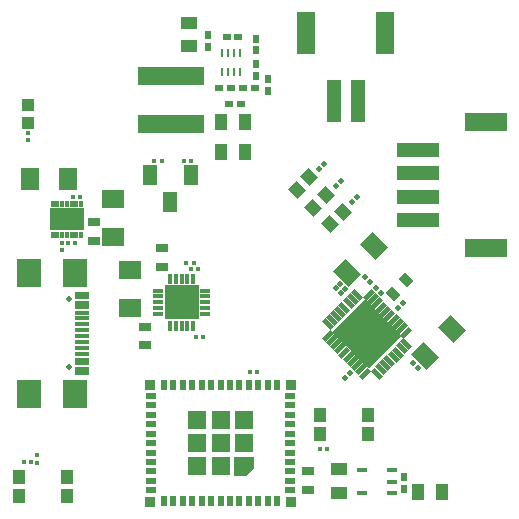
<source format=gts>
G04*
G04 #@! TF.GenerationSoftware,Altium Limited,Altium Designer,26.1.1 (7)*
G04*
G04 Layer_Color=8388736*
%FSLAX44Y44*%
%MOMM*%
G71*
G04*
G04 #@! TF.SameCoordinates,CD2F593A-4D2A-49AD-B025-98148D784466*
G04*
G04*
G04 #@! TF.FilePolarity,Negative*
G04*
G01*
G75*
%ADD45R,0.9271X0.4318*%
%ADD52R,0.2286X0.7112*%
G04:AMPARAMS|DCode=55|XSize=4.35mm|YSize=3.85mm|CornerRadius=0mm|HoleSize=0mm|Usage=FLASHONLY|Rotation=135.000|XOffset=0mm|YOffset=0mm|HoleType=Round|Shape=Rectangle|*
%AMROTATEDRECTD55*
4,1,4,2.8991,-0.1768,0.1768,-2.8991,-2.8991,0.1768,-0.1768,2.8991,2.8991,-0.1768,0.0*
%
%ADD55ROTATEDRECTD55*%

G04:AMPARAMS|DCode=56|XSize=1mm|YSize=0.45mm|CornerRadius=0mm|HoleSize=0mm|Usage=FLASHONLY|Rotation=135.000|XOffset=0mm|YOffset=0mm|HoleType=Round|Shape=Rectangle|*
%AMROTATEDRECTD56*
4,1,4,0.5127,-0.1945,0.1945,-0.5127,-0.5127,0.1945,-0.1945,0.5127,0.5127,-0.1945,0.0*
%
%ADD56ROTATEDRECTD56*%

G04:AMPARAMS|DCode=57|XSize=1mm|YSize=0.45mm|CornerRadius=0mm|HoleSize=0mm|Usage=FLASHONLY|Rotation=45.000|XOffset=0mm|YOffset=0mm|HoleType=Round|Shape=Rectangle|*
%AMROTATEDRECTD57*
4,1,4,-0.1945,-0.5127,-0.5127,-0.1945,0.1945,0.5127,0.5127,0.1945,-0.1945,-0.5127,0.0*
%
%ADD57ROTATEDRECTD57*%

%ADD58R,0.6500X0.6000*%
%ADD59R,1.1500X1.7500*%
%ADD60R,1.3000X0.4500*%
%ADD61R,2.1500X2.3300*%
%ADD62R,1.1500X3.6500*%
%ADD63R,1.6500X3.5500*%
%ADD64R,0.4000X0.4500*%
%ADD65R,0.4500X0.4000*%
%ADD66R,3.5500X1.6500*%
%ADD67R,3.6500X1.1500*%
G04:AMPARAMS|DCode=68|XSize=0.4mm|YSize=0.45mm|CornerRadius=0mm|HoleSize=0mm|Usage=FLASHONLY|Rotation=135.000|XOffset=0mm|YOffset=0mm|HoleType=Round|Shape=Rectangle|*
%AMROTATEDRECTD68*
4,1,4,0.3005,0.0177,-0.0177,-0.3005,-0.3005,-0.0177,0.0177,0.3005,0.3005,0.0177,0.0*
%
%ADD68ROTATEDRECTD68*%

G04:AMPARAMS|DCode=69|XSize=0.4mm|YSize=0.45mm|CornerRadius=0mm|HoleSize=0mm|Usage=FLASHONLY|Rotation=225.000|XOffset=0mm|YOffset=0mm|HoleType=Round|Shape=Rectangle|*
%AMROTATEDRECTD69*
4,1,4,-0.0177,0.3005,0.3005,-0.0177,0.0177,-0.3005,-0.3005,0.0177,-0.0177,0.3005,0.0*
%
%ADD69ROTATEDRECTD69*%

G04:AMPARAMS|DCode=70|XSize=1.9mm|YSize=1.5mm|CornerRadius=0mm|HoleSize=0mm|Usage=FLASHONLY|Rotation=315.000|XOffset=0mm|YOffset=0mm|HoleType=Round|Shape=Rectangle|*
%AMROTATEDRECTD70*
4,1,4,-1.2021,0.1414,-0.1414,1.2021,1.2021,-0.1414,0.1414,-1.2021,-1.2021,0.1414,0.0*
%
%ADD70ROTATEDRECTD70*%

G04:AMPARAMS|DCode=71|XSize=1mm|YSize=0.8mm|CornerRadius=0mm|HoleSize=0mm|Usage=FLASHONLY|Rotation=315.000|XOffset=0mm|YOffset=0mm|HoleType=Round|Shape=Rectangle|*
%AMROTATEDRECTD71*
4,1,4,-0.6364,0.0707,-0.0707,0.6364,0.6364,-0.0707,0.0707,-0.6364,-0.6364,0.0707,0.0*
%
%ADD71ROTATEDRECTD71*%

%ADD72R,1.0500X1.1500*%
%ADD73R,1.9000X1.5000*%
%ADD74R,1.0500X1.4000*%
%ADD75R,1.4000X1.0500*%
%ADD76R,1.1000X1.0500*%
%ADD77R,0.6000X0.6500*%
%ADD78R,0.4200X0.6000*%
%ADD79R,2.8500X1.9500*%
%ADD80R,0.4500X0.9500*%
%ADD81R,0.9500X0.4500*%
%ADD82R,2.9500X2.9500*%
%ADD83R,1.6000X1.6000*%
%ADD84R,0.8500X0.8500*%
%ADD85R,0.5500X0.9500*%
%ADD86R,0.9500X0.5500*%
G04:AMPARAMS|DCode=87|XSize=1.1mm|YSize=1.05mm|CornerRadius=0mm|HoleSize=0mm|Usage=FLASHONLY|Rotation=135.000|XOffset=0mm|YOffset=0mm|HoleType=Round|Shape=Rectangle|*
%AMROTATEDRECTD87*
4,1,4,0.7601,-0.0177,0.0177,-0.7601,-0.7601,0.0177,-0.0177,0.7601,0.7601,-0.0177,0.0*
%
%ADD87ROTATEDRECTD87*%

%ADD88R,1.5000X1.9000*%
%ADD89R,5.6500X1.6000*%
%ADD90R,1.0000X0.8000*%
%ADD91C,0.4750*%
%ADD92C,0.1270*%
G36*
X-19560Y-166820D02*
X-3060D01*
Y-176820D01*
X-9560Y-183320D01*
X-19560D01*
Y-166820D01*
D02*
G37*
D45*
X114091Y-197480D02*
D03*
Y-187980D02*
D03*
Y-178480D02*
D03*
X88310D02*
D03*
Y-197480D02*
D03*
D52*
X-14768Y174961D02*
D03*
X-19769D02*
D03*
X-24771D02*
D03*
X-29772D02*
D03*
Y158959D02*
D03*
X-24771D02*
D03*
X-19769D02*
D03*
X-14768D02*
D03*
D55*
X92836Y-63165D02*
D03*
D56*
X59602Y-54680D02*
D03*
X63138Y-51145D02*
D03*
X66673Y-47609D02*
D03*
X70209Y-44074D02*
D03*
X73745Y-40538D02*
D03*
X77280Y-37003D02*
D03*
X80816Y-33467D02*
D03*
X84351Y-29931D02*
D03*
X126070Y-71651D02*
D03*
X122535Y-75186D02*
D03*
X118999Y-78722D02*
D03*
X115464Y-82257D02*
D03*
X111928Y-85793D02*
D03*
X108393Y-89328D02*
D03*
X104857Y-92864D02*
D03*
X101322Y-96399D02*
D03*
D57*
X94251Y-29931D02*
D03*
X97786Y-33467D02*
D03*
X101322Y-37003D02*
D03*
X104857Y-40538D02*
D03*
X108393Y-44074D02*
D03*
X111928Y-47609D02*
D03*
X115464Y-51145D02*
D03*
X118999Y-54680D02*
D03*
X122535Y-58216D02*
D03*
X126070Y-61751D02*
D03*
X91422Y-96399D02*
D03*
X87887Y-92864D02*
D03*
X84351Y-89328D02*
D03*
X80816Y-85793D02*
D03*
X77280Y-82257D02*
D03*
X73745Y-78722D02*
D03*
X70209Y-75186D02*
D03*
X66673Y-71651D02*
D03*
X63138Y-68115D02*
D03*
X59602Y-64580D02*
D03*
D58*
X-14050Y132080D02*
D03*
X-24050D02*
D03*
X-1950Y145370D02*
D03*
X-11950D02*
D03*
X-26000Y188550D02*
D03*
X-16000D02*
D03*
X-32350Y145370D02*
D03*
X-22350D02*
D03*
D59*
X-91125Y71660D02*
D03*
X-73625Y48660D02*
D03*
X-56125Y71660D02*
D03*
D60*
X-148640Y-28730D02*
D03*
Y-36730D02*
D03*
Y-49730D02*
D03*
Y-59730D02*
D03*
Y-64730D02*
D03*
Y-74730D02*
D03*
Y-87730D02*
D03*
Y-95730D02*
D03*
Y-92730D02*
D03*
Y-84730D02*
D03*
Y-79730D02*
D03*
Y-69730D02*
D03*
Y-54730D02*
D03*
Y-44730D02*
D03*
Y-39730D02*
D03*
Y-31730D02*
D03*
D61*
X-193690Y-11130D02*
D03*
Y-113330D02*
D03*
X-154390Y-11130D02*
D03*
Y-113330D02*
D03*
D62*
X84930Y134410D02*
D03*
X64930D02*
D03*
D63*
X108430Y191910D02*
D03*
X41430D02*
D03*
D64*
X-165746Y14139D02*
D03*
Y8139D02*
D03*
X-186504Y-165750D02*
D03*
Y-171750D02*
D03*
X-194310Y101140D02*
D03*
Y107140D02*
D03*
D65*
X-160480Y13970D02*
D03*
X-154480D02*
D03*
X-61880Y83820D02*
D03*
X-55880D02*
D03*
X-81053Y83426D02*
D03*
X-87053D02*
D03*
X58880Y-160020D02*
D03*
X52880D02*
D03*
X-191770Y-171450D02*
D03*
X-197770D02*
D03*
X-150025Y53462D02*
D03*
X-156025D02*
D03*
X-52047Y-65666D02*
D03*
X-46047D02*
D03*
X-59929Y-2604D02*
D03*
X-53929D02*
D03*
X-56340Y-7620D02*
D03*
X-50340D02*
D03*
X-377Y-95169D02*
D03*
X-6377D02*
D03*
D66*
X193446Y116705D02*
D03*
Y9705D02*
D03*
D67*
X135946Y93205D02*
D03*
Y73205D02*
D03*
Y53205D02*
D03*
Y33205D02*
D03*
D68*
X78321Y-95669D02*
D03*
X74079Y-99911D02*
D03*
X123107Y-36395D02*
D03*
X118864Y-40638D02*
D03*
X56731Y80861D02*
D03*
X52489Y76619D02*
D03*
X70701Y66891D02*
D03*
X66459Y62649D02*
D03*
X84671Y52921D02*
D03*
X80429Y48679D02*
D03*
D69*
X131647Y-87197D02*
D03*
X135890Y-91440D02*
D03*
X70964Y-28528D02*
D03*
X66722Y-24286D02*
D03*
X104353Y-27928D02*
D03*
X100110Y-23686D02*
D03*
X91007Y-14807D02*
D03*
X95250Y-19050D02*
D03*
X74511Y-24981D02*
D03*
X70269Y-20739D02*
D03*
D70*
X142240Y-81280D02*
D03*
X164867Y-58653D02*
D03*
X76200Y-11430D02*
D03*
X98827Y11197D02*
D03*
D71*
X126038Y-17330D02*
D03*
X114724Y-28644D02*
D03*
D72*
X94160Y-147700D02*
D03*
Y-131700D02*
D03*
X53160D02*
D03*
Y-147700D02*
D03*
X-161110Y-199770D02*
D03*
Y-183770D02*
D03*
X-202110D02*
D03*
Y-199770D02*
D03*
D73*
X-108149Y-41124D02*
D03*
Y-9124D02*
D03*
X-121920Y51560D02*
D03*
Y19560D02*
D03*
D74*
X136050Y-196850D02*
D03*
X156050D02*
D03*
X-30320Y91440D02*
D03*
X-10320D02*
D03*
X-30345Y116564D02*
D03*
X-10345D02*
D03*
D75*
X69260Y-197370D02*
D03*
Y-177370D02*
D03*
X-57426Y200610D02*
D03*
Y180610D02*
D03*
D76*
X-194310Y115656D02*
D03*
Y130656D02*
D03*
D77*
X124460Y-194230D02*
D03*
Y-184230D02*
D03*
X-680Y155530D02*
D03*
Y165530D02*
D03*
X9480Y142910D02*
D03*
Y152910D02*
D03*
X-680Y187200D02*
D03*
Y177200D02*
D03*
X-41910Y180500D02*
D03*
Y190500D02*
D03*
D78*
X-149273Y47446D02*
D03*
X-153273D02*
D03*
X-157273D02*
D03*
X-161273D02*
D03*
X-165273D02*
D03*
X-169273D02*
D03*
X-173273D02*
D03*
Y20946D02*
D03*
X-169273D02*
D03*
X-165273D02*
D03*
X-161273D02*
D03*
X-157273D02*
D03*
X-153273D02*
D03*
X-149273D02*
D03*
D79*
X-161273Y34196D02*
D03*
D80*
X-74090Y-56150D02*
D03*
X-69090D02*
D03*
X-64090D02*
D03*
X-59090D02*
D03*
X-54090D02*
D03*
Y-16150D02*
D03*
X-59090D02*
D03*
X-64090D02*
D03*
X-69090D02*
D03*
X-74090D02*
D03*
D81*
X-44090Y-46150D02*
D03*
Y-41150D02*
D03*
Y-36150D02*
D03*
Y-31150D02*
D03*
Y-26150D02*
D03*
X-84090D02*
D03*
Y-31150D02*
D03*
Y-36150D02*
D03*
Y-41150D02*
D03*
Y-46150D02*
D03*
D82*
X-64090Y-36150D02*
D03*
D83*
X-31060Y-175070D02*
D03*
X-11310Y-155320D02*
D03*
Y-135570D02*
D03*
X-31060D02*
D03*
X-50810D02*
D03*
Y-155320D02*
D03*
Y-175070D02*
D03*
X-31060Y-155320D02*
D03*
D84*
X-90560Y-204820D02*
D03*
Y-105820D02*
D03*
X28440D02*
D03*
Y-204820D02*
D03*
D85*
X-79060Y-204320D02*
D03*
X-71060D02*
D03*
X-63060D02*
D03*
X-55060D02*
D03*
X-47060D02*
D03*
X-39060D02*
D03*
X-31060D02*
D03*
X-23060D02*
D03*
X-15060D02*
D03*
X-7060D02*
D03*
X940D02*
D03*
X8940D02*
D03*
X16940D02*
D03*
X-79060Y-106320D02*
D03*
X-71060D02*
D03*
X-63060D02*
D03*
X-55060D02*
D03*
X-47060D02*
D03*
X-39060D02*
D03*
X-31060D02*
D03*
X-23060D02*
D03*
X-15060D02*
D03*
X-7060D02*
D03*
X940D02*
D03*
X8940D02*
D03*
X16940D02*
D03*
D86*
X-90060Y-195320D02*
D03*
Y-187320D02*
D03*
Y-179320D02*
D03*
Y-171320D02*
D03*
Y-163320D02*
D03*
Y-155320D02*
D03*
Y-147320D02*
D03*
Y-139320D02*
D03*
Y-131320D02*
D03*
Y-123320D02*
D03*
Y-115320D02*
D03*
X27940D02*
D03*
Y-123320D02*
D03*
Y-131320D02*
D03*
Y-139320D02*
D03*
Y-147320D02*
D03*
Y-155320D02*
D03*
Y-163320D02*
D03*
Y-171320D02*
D03*
Y-179320D02*
D03*
Y-187320D02*
D03*
Y-195320D02*
D03*
D87*
X44140Y69866D02*
D03*
X33534Y59259D02*
D03*
X72225Y40459D02*
D03*
X61618Y29853D02*
D03*
X57772Y54743D02*
D03*
X47165Y44136D02*
D03*
D88*
X-160530Y68580D02*
D03*
X-192530D02*
D03*
D89*
X-73070Y115210D02*
D03*
Y155210D02*
D03*
D90*
X-80615Y9616D02*
D03*
Y-6384D02*
D03*
X-138430Y32130D02*
D03*
Y16130D02*
D03*
X-94856Y-72611D02*
D03*
Y-56610D02*
D03*
X43180Y-194690D02*
D03*
Y-178690D02*
D03*
D91*
X-159390Y-33330D02*
D03*
Y-91130D02*
D03*
D92*
X150000Y-150000D02*
D03*
X-150000Y150000D02*
D03*
X150000Y150000D02*
D03*
X-150000Y-150000D02*
D03*
M02*

</source>
